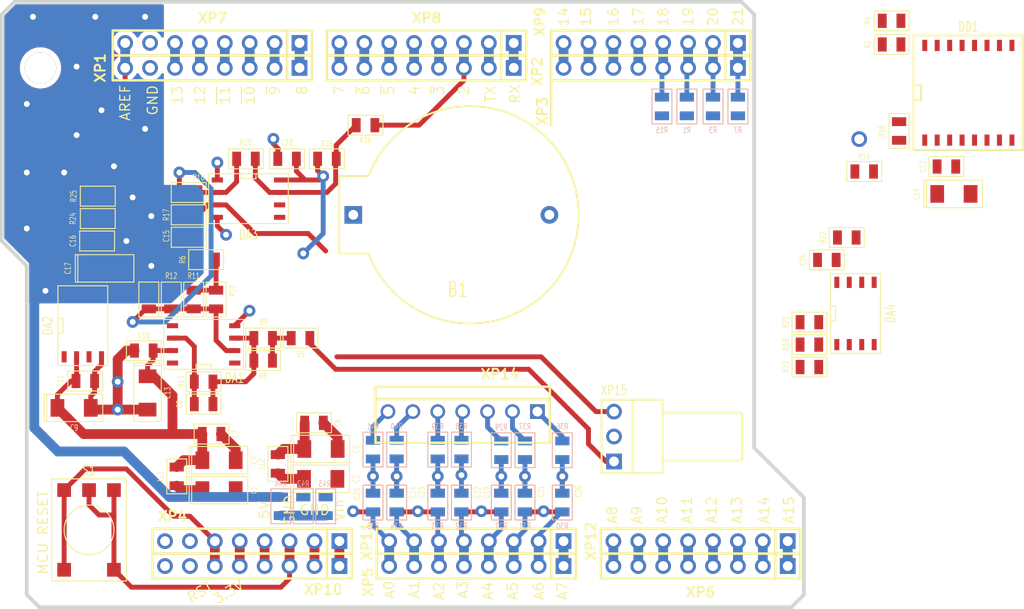
<source format=kicad_pcb>
(kicad_pcb (version 20241229) (generator "pcbnew") (generator_version "9.0")
  (layers (0 "F.Cu" signal "Front") (2 "B.Cu" signal "Back") (13 "F.Paste" user) (15 "B.Paste" user) (5 "F.SilkS" user "F.Silkscreen") (7 "B.SilkS" user "B.Silkscreen") (1 "F.Mask" user) (3 "B.Mask" user) (25 "Edge.Cuts" user))
  (net 0 "")
  (net 1 "/ADC0")
  (net 2 "/ADC1")
  (net 3 "/ADC10")
  (net 4 "/ADC11")
  (net 5 "/ADC12")
  (net 6 "/ADC13")
  (net 7 "/ADC14")
  (net 8 "/ADC15")
  (net 9 "/ADC2")
  (net 10 "/ADC3")
  (net 11 "/ADC4")
  (net 12 "/ADC5")
  (net 13 "/ADC6")
  (net 14 "/ADC7")
  (net 15 "/ADC8")
  (net 16 "/ADC9")
  (net 17 "/AREF")
  (net 18 "/GND")
  (net 19 "/PB4")
  (net 20 "/PB5")
  (net 21 "/PB6")
  (net 22 "/PB7")
  (net 23 "/PD0")
  (net 24 "/PD1")
  (net 25 "/PD2")
  (net 26 "/PD3")
  (net 27 "/PE3")
  (net 28 "/PE4")
  (net 29 "/PE5")
  (net 30 "/PG5")
  (net 31 "/PH0")
  (net 32 "/PH1")
  (net 33 "/PH3")
  (net 34 "/PH5")
  (net 35 "/PH6")
  (net 36 "/PJ0")
  (net 37 "/PJ1")
  (net 38 "/RESET")
  (net 39 "/RXD0")
  (net 40 "/TXD0")
  (net 41 "/VCC3V3")
  (net 42 "/VCCIN")
  (net 43 "/VCC")
  (net 44 "/VREF")
  (net 45 "/DGND")
  (net 46 "Net-(DD1-Vbat)")
  (net 47 "/CMP_OUT")
  (net 48 "Net-(DA1-~{IN1})")
  (net 49 "/SGND")
  (net 50 "/5VA")
  (net 51 "/AGND")
  (net 52 "/5VD")
  (net 53 "/SIG_IN")
  (net 54 "Net-(DA1-IN1)")
  (net 55 "Net-(DA1-OUT)")
  (net 56 "Net-(DA2-Vout)")
  (net 57 "Net-(C19-Pad1)")
  (net 58 "/PH4")
  (net 59 "Net-(C20-Pad2)")
  (net 60 "Net-(C21-Pad1)")
  (net 61 "Net-(C22-Pad1)")
  (net 62 "Net-(C23-Pad1)")
  (net 63 "Net-(C24-Pad1)")
  (net 64 "Net-(C25-Pad1)")
  (net 69 "Net-(DA3-IN+)")
  (net 72 "/SDA")
  (net 73 "Net-(DA4-WP)")
  (net 74 "/SCL")
  (net 75 "Net-(DA4-A1)")
  (net 76 "Net-(DA4-A2)")
  (net 77 "Net-(DA4-A0)")
  (net 78 "/SQW")
  (net 79 "/RTC_RST")
  (net 80 "Net-(DD1-32kHz)")
  (net 81 "Net-(R5-Pad1)")
  (net 82 "Net-(R10-Pad2)")
  (net 83 "Net-(R29-Pad1)")
  (net 84 "Net-(R36-Pad1)")
  (net 85 "Net-(R37-Pad1)")
  (net 86 "Net-(R38-Pad1)")
  (net 87 "Net-(R39-Pad1)")
  (net 88 "Net-(R40-Pad1)")
  (net 89 "Net-(R41-Pad1)")
  (footprint "IWconnectors:PIN_ARRAY_8x1" (layer "F.Cu") (at 86.233 96.647 180)
    (property "Reference" "XP1")
    (property "Value" "PLS-8" (hide yes))
  )
  (footprint "IWconnectors:PIN_ARRAY_8x1" (layer "F.Cu") (at 86.233 94.107 180)
    (property "Reference" "XP7")
    (property "Value" "PLS-8" (hide yes))
  )
  (footprint "IWconnectors:PIN_ARRAY_8x1" (layer "F.Cu") (at 108.077 94.107 180)
    (property "Reference" "XP8")
    (property "Value" "PLS-8" (hide yes))
  )
  (footprint "IWconnectors:PIN_ARRAY_8x1" (layer "F.Cu") (at 130.937 96.647 180)
    (property "Reference" "XP3")
    (property "Value" "PLS-8" (hide yes))
  )
  (footprint "IWconnectors:PIN_ARRAY_8x1" (layer "F.Cu") (at 130.937 94.107 180)
    (property "Reference" "XP9")
    (property "Value" "PLS-8" (hide yes))
  )
  (footprint "IWconnectors:PIN_ARRAY_8x1" (layer "F.Cu") (at 90.297 144.907 180)
    (property "Reference" "XP4")
    (property "Value" "PLS-8" (hide yes))
  )
  (footprint "IWconnectors:PIN_ARRAY_8x1" (layer "F.Cu") (at 113.157 147.447 180)
    (property "Reference" "XP5")
    (property "Value" "PLS-8" (hide yes))
  )
  (footprint "IWconnectors:PIN_ARRAY_8x1" (layer "F.Cu") (at 113.157 144.907 180)
    (property "Reference" "XP11")
    (property "Value" "PLS-8" (hide yes))
  )
  (footprint "IWconnectors:PIN_ARRAY_8x1" (layer "F.Cu") (at 136.017 147.447 180)
    (property "Reference" "XP6")
    (property "Value" "PLS-8" (hide yes))
  )
  (footprint "IWconnectors:PIN_ARRAY_8x1" (layer "F.Cu") (at 136.017 144.907 180)
    (property "Reference" "XP12")
    (property "Value" "PLS-8" (hide yes))
  )
  (footprint "IWconnectors:PIN_ARRAY_8x1" (layer "F.Cu") (at 108.077 96.647 180)
    (property "Reference" "XP2")
    (property "Value" "PLS-8" (hide yes))
  )
  (footprint "IWconnectors:WF-7" (layer "F.Cu") (at 111.76 131.699 180)
    (property "Reference" "XP14")
    (property "Value" "WF-7" (hide yes))
  )
  (footprint "IWconnectors:PIN_ARRAY_8x1" (layer "F.Cu") (at 90.297 147.447 180)
    (property "Reference" "XP10")
    (property "Value" "PLS-8" (hide yes))
  )
  (footprint "1_pin" (layer "F.Cu") (at 69.469 96.647)
    (property "Reference" "arduino" (hide yes))
    (property "Value" "P***" (hide yes))
  )
  (footprint "IWconnectors:WF-3R" (layer "F.Cu") (at 127.1905 134.239 -90)
    (property "Reference" "XP15")
    (property "Value" "WF-3R" (hide yes))
  )
  (footprint "IWsmd_case:SMD0805" (layer "F.Cu") (at 79.248 125.476 180)
    (property "Reference" "C10")
    (property "Value" "0.1 мк" (hide yes))
  )
  (footprint "IWsmd_case:SMD0805" (layer "F.Cu") (at 102.616 140.97 -90)
    (property "Reference" "C25")
    (property "Value" "1 мк" (hide yes))
  )
  (footprint "IWsmd_case:SMD0805" (layer "F.Cu") (at 155.4988 91.8464)
    (property "Reference" "R4")
    (property "Value" "4.7 к" (hide yes))
  )
  (footprint "IWsmd_case:SMD0805" (layer "F.Cu") (at 85.344 130.937 180)
    (property "Reference" "C8")
    (property "Value" "0.001 мк" (hide yes))
  )
  (footprint "IWsmd_case:SOIC8" (layer "F.Cu") (at 151.8158 121.6914)
    (property "Reference" "DA4")
    (property "Value" "AT24C32M/TR" (hide yes))
  )
  (footprint "IWsmd_case:CASE_A" (layer "F.Cu") (at 72.136 131.318)
    (property "Reference" "C9")
    (property "Value" "10 мк 10В" (hide yes))
  )
  (footprint "IWsmd_case:SMD0805" (layer "F.Cu") (at 93.853 105.918 180)
    (property "Reference" "C18")
    (property "Value" "0.1 мк" (hide yes))
  )
  (footprint "IWsmd_case:SMD0805" (layer "F.Cu") (at 121.92 140.97 90)
    (property "Reference" "C20")
    (property "Value" "1 мк" (hide yes))
  )
  (footprint "IWsmd_case:SMD0805" (layer "F.Cu") (at 147.1168 122.5804 180)
    (property "Reference" "R21")
    (property "Value" "10 к" (hide yes))
  )
  (footprint "IWsmd_case:SMD0805" (layer "F.Cu") (at 161.0868 106.7054)
    (property "Reference" "C12")
    (property "Value" "0.1 мк" (hide yes))
  )
  (footprint "IWsmd_case:SMD0805" (layer "F.Cu") (at 118.11 140.97 -90)
    (property "Reference" "C21")
    (property "Value" "1 мк" (hide yes))
  )
  (footprint "IWsmd_case:SMD0805" (layer "F.Cu") (at 115.697 140.97 -90)
    (property "Reference" "C19")
    (property "Value" "1 мк" (hide yes))
  )
  (footprint "IWsmd_case:SMD0805" (layer "F.Cu") (at 82.042 120.269 90)
    (property "Reference" "R12")
    (property "Value" "10 к 0.1%" (hide yes))
  )
  (footprint "IWsmd_case:SMD0805" (layer "F.Cu") (at 97.917 105.918)
    (property "Reference" "R26")
    (property "Value" "1 к" (hide yes))
  )
  (footprint "IWconnectors:1_pin_1_0mm" (layer "F.Cu") (at 152.1968 103.9114)
    (property "Reference" "XP13" (hide yes))
    (property "Value" "~" (hide yes))
  )
  (footprint "IWsmd_case:SWD_BUTTON" (layer "F.Cu") (at 73.66 144.018 90)
    (property "Reference" "S1")
    (property "Value" "FSM1LP" (hide yes))
  )
  (footprint "IWsmd_case:SMD0805" (layer "F.Cu") (at 83.82 111.633 180)
    (property "Reference" "R17")
    (property "Value" "330" (hide yes))
  )
  (footprint "IWsmd_case:SMD0805" (layer "F.Cu") (at 96.598 132.842)
    (property "Reference" "C6")
    (property "Value" "0.1 мк" (hide yes))
  )
  (footprint "IWsmd_case:SMD0805" (layer "F.Cu") (at 91.4146 126.492)
    (property "Reference" "R8")
    (property "Value" "NC" (hide yes))
  )
  (footprint "IWsmd_case:CASE_A" (layer "F.Cu") (at 79.629 129.794 -90)
    (property "Reference" "C13")
    (property "Value" "10 мк 10В" (hide yes))
  )
  (footprint "IWsmd_case:SMD0805" (layer "F.Cu") (at 89.662 105.918 180)
    (property "Reference" "R20")
    (property "Value" "100 к" (hide yes))
  )
  (footprint "IWsmd_case:SMD0805" (layer "F.Cu") (at 101.854 102.489 180)
    (property "Reference" "R28")
    (property "Value" "0" (hide yes))
  )
  (footprint "IWsmd_case:SMD0805" (layer "F.Cu") (at 147.1168 127.1524 180)
    (property "Reference" "R23")
    (property "Value" "10 к" (hide yes))
  )
  (footprint "IWsmd_case:SMD0805" (layer "F.Cu") (at 82.599 138.303 -90)
    (property "Reference" "LL1")
    (property "Value" "47 мк" (hide yes))
  )
  (footprint "IWsmd_case:SMD0805" (layer "F.Cu") (at 86.155 133.985)
    (property "Reference" "C7")
    (property "Value" "0.1 мк" (hide yes))
  )
  (footprint "IWsmd_case:SMD0805" (layer "F.Cu") (at 84.328 120.269 90)
    (property "Reference" "R11")
    (property "Value" "NC" (hide yes))
  )
  (footprint "IWsmd_case:SOIC8" (layer "F.Cu") (at 89.916 109.982 -90)
    (property "Reference" "DA3")
    (property "Value" "LM211DR" (hide yes))
  )
  (footprint "IWsmd_case:SOIC8" (layer "F.Cu") (at 73.025 122.936)
    (property "Reference" "DA2")
    (property "Value" "ADR444BRZ" (hide yes))
  )
  (footprint "IWsmd_case:SMD0805" (layer "F.Cu") (at 150.9268 113.9444 180)
    (property "Reference" "R22")
    (property "Value" "10 к" (hide yes))
  )
  (footprint "IWsmd_case:SOIC16_RW16" (layer "F.Cu") (at 163.322 99.187)
    (property "Reference" "DD1")
    (property "Value" "DS3231SN" (hide yes))
  )
  (footprint "IWsmd_case:SMD0805" (layer "F.Cu") (at 105.029 140.97 -90)
    (property "Reference" "C24")
    (property "Value" "1 мк" (hide yes))
  )
  (footprint "IWcomponents:KLS5-CR2032-01" (layer "F.Cu") (at 110.602435 111.633 180)
    (property "Reference" "B1")
    (property "Value" "KLS5-CR2032-01" (hide yes))
  )
  (footprint "IWsmd_case:CASE_A" (layer "F.Cu") (at 97.282 138.557)
    (property "Reference" "C2")
    (property "Value" "10 мк 10В" (hide yes))
  )
  (footprint "IWsmd_case:SMD0805" (layer "F.Cu") (at 86.614 120.269 90)
    (property "Reference" "R10")
    (property "Value" "10 к 0.1%" (hide yes))
  )
  (footprint "IWsmd_case:SMD0805" (layer "F.Cu") (at 152.7048 107.2134)
    (property "Reference" "R14")
    (property "Value" "4.7 к" (hide yes))
  )
  (footprint "IWsmd_case:SOIC8" (layer "F.Cu") (at 85.344 124.841 90)
    (property "Reference" "DA1")
    (property "Value" "ADA4522-1ARZ" (hide yes))
  )
  (footprint "IWsmd_case:CASE_A" (layer "F.Cu") (at 75.311 117.094)
    (property "Reference" "C17")
    (property "Value" "1 мк 10В" (hide yes))
  )
  (footprint "IWsmd_case:SMD0805" (layer "F.Cu") (at 109.22 140.97 -90)
    (property "Reference" "C23")
    (property "Value" "1 мк" (hide yes))
  )
  (footprint "IWsmd_case:SMD0805" (layer "F.Cu") (at 74.549 112.014 180)
    (property "Reference" "R24")
    (property "Value" "0" (hide yes))
  )
  (footprint "IWsmd_case:SMD0805" (layer "F.Cu") (at 85.598 116.205 180)
    (property "Reference" "R6")
    (property "Value" "10 к 0.1%" (hide yes))
  )
  (footprint "IWsmd_case:SMD0805" (layer "F.Cu") (at 155.4988 94.2594)
    (property "Reference" "R2")
    (property "Value" "4.7 к" (hide yes))
  )
  (footprint "IWsmd_case:SMD0805" (layer "F.Cu") (at 148.8948 116.2304 180)
    (property "Reference" "C26")
    (property "Value" "0.1 мк" (hide yes))
  )
  (footprint "IWsmd_case:SMD0805" (layer "F.Cu") (at 83.82 113.919 180)
    (property "Reference" "C15")
    (property "Value" "0.1 мк" (hide yes))
  )
  (footprint "IWsmd_case:SMD0805" (layer "F.Cu") (at 83.82 109.347 180)
    (property "Reference" "R18")
    (property "Value" "0" (hide yes))
  )
  (footprint "IWsmd_case:SMD0805" (layer "F.Cu") (at 79.756 120.269 90)
    (property "Reference" "C3" (hide yes))
    (property "Value" "0.1 мк" (hide yes))
  )
  (footprint "IWsmd_case:SMD0805" (layer "F.Cu") (at 147.1168 124.8664 180)
    (property "Reference" "R19")
    (property "Value" "10 к" (hide yes))
  )
  (footprint "IWsmd_case:SMD0805" (layer "F.Cu") (at 74.483 114.3)
    (property "Reference" "C16")
    (property "Value" "0.1 мк" (hide yes))
  )
  (footprint "IWsmd_case:CASE_A" (layer "F.Cu") (at 97.311 135.509)
    (property "Reference" "C5")
    (property "Value" "10 мк 10В" (hide yes))
  )
  (footprint "IWsmd_case:SMD0805" (layer "F.Cu") (at 156.2608 103.0834 -90)
    (property "Reference" "R16")
    (property "Value" "4.7 к" (hide yes))
  )
  (footprint "IWsmd_case:CASE_A" (layer "F.Cu") (at 86.917 136.652)
    (property "Reference" "C4")
    (property "Value" "10 мк 10В" (hide yes))
  )
  (footprint "IWsmd_case:SMD0805" (layer "F.Cu") (at 92.915 137.033 90)
    (property "Reference" "LL2")
    (property "Value" "47 мк" (hide yes))
  )
  (footprint "IWsmd_case:SMD0805" (layer "F.Cu") (at 91.4146 124.206)
    (property "Reference" "R9")
    (property "Value" "10 к 0.1%" (hide yes))
  )
  (footprint "IWsmd_case:SMD0805" (layer "F.Cu") (at 95.2246 124.206)
    (property "Reference" "R5")
    (property "Value" "10 к 0.1%" (hide yes))
  )
  (footprint "IWsmd_case:SMD0805" (layer "F.Cu") (at 85.346 128.651)
    (property "Reference" "R13")
    (property "Value" "10 к 0.1%" (hide yes))
  )
  (footprint "IWsmd_case:CASE_A" (layer "F.Cu") (at 161.8488 109.4994)
    (property "Reference" "C14")
    (property "Value" "1 мк 10В" (hide yes))
  )
  (footprint "IWsmd_case:CASE_A" (layer "F.Cu") (at 86.917 139.7)
    (property "Reference" "C1")
    (property "Value" "10 мк 10В" (hide yes))
  )
  (footprint "IWsmd_case:SMD0805" (layer "F.Cu") (at 111.633 140.97 -90)
    (property "Reference" "C22")
    (property "Value" "1 мк" (hide yes))
  )
  (footprint "IWsmd_case:SMD0805" (layer "F.Cu") (at 73.279 128.5748)
    (property "Reference" "C11")
    (property "Value" "0.1 мк" (hide yes))
  )
  (footprint "IWsmd_case:SMD0805" (layer "F.Cu") (at 74.549 109.728 180)
    (property "Reference" "R25")
    (property "Value" "0" (hide yes))
  )
  (footprint "IWsmd_case:SMD0805" (layer "B.Cu") (at 118.11 140.97 -90)
    (property "Reference" "R31")
    (property "Value" "1 к" (hide yes))
  )
  (footprint "IWsmd_case:SMD0805" (layer "B.Cu") (at 111.633 135.57 -90)
    (property "Reference" "R38")
    (property "Value" "1 к" (hide yes))
  )
  (footprint "IWsmd_case:SMD0805" (layer "B.Cu") (at 137.287 100.584 90)
    (property "Reference" "R3")
    (property "Value" "0" (hide yes))
  )
  (footprint "IWsmd_case:SMD0805" (layer "B.Cu") (at 139.827 100.584 90)
    (property "Reference" "R7")
    (property "Value" "0" (hide yes))
  )
  (footprint "IWsmd_case:SMD0805" (layer "B.Cu") (at 134.62 100.584 90)
    (property "Reference" "R1")
    (property "Value" "0" (hide yes))
  )
  (footprint "IWsmd_case:SMD0805" (layer "B.Cu") (at 111.633 140.97 -90)
    (property "Reference" "R32")
    (property "Value" "1 к" (hide yes))
  )
  (footprint "IWsmd_case:SMD0805" (layer "B.Cu") (at 121.92 140.97 -90)
    (property "Reference" "R30")
    (property "Value" "1 к" (hide yes))
  )
  (footprint "IWsmd_case:SMD0805" (layer "B.Cu") (at 105.029 135.57 -90)
    (property "Reference" "R40")
    (property "Value" "1 к" (hide yes))
  )
  (footprint "IWsmd_case:SMD0805" (layer "B.Cu") (at 132.08 100.584 -90)
    (property "Reference" "R15")
    (property "Value" "0" (hide yes))
  )
  (footprint "IWsmd_case:SMD0805" (layer "B.Cu") (at 102.616 140.97 -90)
    (property "Reference" "R35")
    (property "Value" "1 к" (hide yes))
  )
  (footprint "IWsmd_case:SMD0805" (layer "B.Cu") (at 118.11 135.636 -90)
    (property "Reference" "R37")
    (property "Value" "1 к" (hide yes))
  )
  (footprint "IWsmd_case:SMD0805" (layer "B.Cu") (at 115.697 140.97 -90)
    (property "Reference" "R27")
    (property "Value" "1 к" (hide yes))
  )
  (footprint "IWsmd_case:SMD0805" (layer "B.Cu") (at 109.22 140.97 -90)
    (property "Reference" "R33")
    (property "Value" "1 к" (hide yes))
  )
  (footprint "IWsmd_case:SMD0805" (layer "B.Cu") (at 105.029 140.97 -90)
    (property "Reference" "R34")
    (property "Value" "1 к" (hide yes))
  )
  (footprint "IWsmd_case:SMD0805" (layer "B.Cu") (at 109.22 135.575 -90)
    (property "Reference" "R39")
    (property "Value" "1 к" (hide yes))
  )
  (footprint "IWsmd_case:SMD0805" (layer "B.Cu") (at 115.697 135.636 -90)
    (property "Reference" "R29")
    (property "Value" "1 к" (hide yes))
  )
  (footprint "IWsmd_case:SMD0805" (layer "B.Cu") (at 97.79 141.351 -90)
    (property "Reference" "R43")
    (property "Value" "0" (hide yes))
  )
  (footprint "IWsmd_case:SMD0805" (layer "B.Cu") (at 121.92 135.636 -90)
    (property "Reference" "R36")
    (property "Value" "1 к" (hide yes))
  )
  (footprint "IWsmd_case:SMD0805" (layer "B.Cu") (at 93.218 141.351 -90)
    (property "Reference" "R44")
    (property "Value" "0" (hide yes))
  )
  (footprint "IWsmd_case:SMD0805" (layer "B.Cu") (at 102.616 135.575 -90)
    (property "Reference" "R41")
    (property "Value" "1 к" (hide yes))
  )
  (footprint "IWsmd_case:SMD0805" (layer "B.Cu") (at 95.504 141.351 -90)
    (property "Reference" "R42")
    (property "Value" "0" (hide yes))
  )
  (gr_line (start 120.777 102.489) (end 120.777 97.917) (stroke (width 0.254)) (layer "F.SilkS"))
  (gr_line (start 141.478 91.186) (end 140.208 89.916) (stroke (width 0.381)) (layer "Edge.Cuts"))
  (gr_line (start 67.31 150.368) (end 68.58 151.638) (stroke (width 0.381)) (layer "Edge.Cuts"))
  (gr_line (start 66.04 89.916) (end 64.77 91.186) (stroke (width 0.381)) (layer "Edge.Cuts"))
  (gr_line (start 146.558 150.368) (end 145.288 151.638) (stroke (width 0.381)) (layer "Edge.Cuts"))
  (gr_line (start 146.558 140.462) (end 146.558 150.368) (stroke (width 0.381)) (layer "Edge.Cuts"))
  (gr_line (start 66.04 89.916) (end 140.208 89.916) (stroke (width 0.381)) (layer "Edge.Cuts"))
  (gr_line (start 64.77 114.3) (end 67.31 116.84) (stroke (width 0.381)) (layer "Edge.Cuts"))
  (gr_line (start 145.288 151.638) (end 68.58 151.638) (stroke (width 0.381)) (layer "Edge.Cuts"))
  (gr_line (start 67.31 116.84) (end 67.31 150.368) (stroke (width 0.381)) (layer "Edge.Cuts"))
  (gr_line (start 141.478 135.382) (end 141.478 91.186) (stroke (width 0.381)) (layer "Edge.Cuts"))
  (gr_line (start 64.77 91.186) (end 64.77 114.3) (stroke (width 0.381)) (layer "Edge.Cuts"))
  (gr_line (start 146.558 140.462) (end 141.478 135.382) (stroke (width 0.381)) (layer "Edge.Cuts"))
  (gr_text "15" (at 124.333 91.44 90) (layer "F.SilkS") (effects (font (size 1.016 1.016) (thickness 0.127))))
  (gr_text "16" (at 127.127 91.44 90) (layer "F.SilkS") (effects (font (size 1.016 1.016) (thickness 0.127))))
  (gr_text "17" (at 129.667 91.44 90) (layer "F.SilkS") (effects (font (size 1.016 1.016) (thickness 0.127))))
  (gr_text "14" (at 122.047 91.44 90) (layer "F.SilkS") (effects (font (size 1.016 1.016) (thickness 0.127))))
  (gr_text "18" (at 132.207 91.44 90) (layer "F.SilkS") (effects (font (size 1.016 1.016) (thickness 0.127))))
  (gr_text "19" (at 134.747 91.44 90) (layer "F.SilkS") (effects (font (size 1.016 1.016) (thickness 0.127))))
  (gr_text "20" (at 137.287 91.44 90) (layer "F.SilkS") (effects (font (size 1.016 1.016) (thickness 0.127))))
  (gr_text "21" (at 139.827 91.44 90) (layer "F.SilkS") (effects (font (size 1.016 1.016) (thickness 0.127))))
  (gr_text "A7" (at 121.92 149.987 90) (layer "F.SilkS") (effects (font (size 1.016 1.016) (thickness 0.127))))
  (gr_text "A6" (at 119.507 149.987 90) (layer "F.SilkS") (effects (font (size 1.016 1.016) (thickness 0.127))))
  (gr_text "A14" (at 142.494 141.732 90) (layer "F.SilkS") (effects (font (size 1.016 1.016) (thickness 0.127))))
  (gr_text "A15" (at 145.034 141.732 90) (layer "F.SilkS") (effects (font (size 1.016 1.016) (thickness 0.127))))
  (gr_text "A10" (at 132.08 141.732 90) (layer "F.SilkS") (effects (font (size 1.016 1.016) (thickness 0.127))))
  (gr_text "A11" (at 134.62 141.732 90) (layer "F.SilkS") (effects (font (size 1.016 1.016) (thickness 0.127))))
  (gr_text "A13" (at 139.7 141.732 90) (layer "F.SilkS") (effects (font (size 1.016 1.016) (thickness 0.127))))
  (gr_text "A12" (at 137.16 141.732 90) (layer "F.SilkS") (effects (font (size 1.016 1.016) (thickness 0.127))))
  (gr_text "A9" (at 129.54 142.24 90) (layer "F.SilkS") (effects (font (size 1.016 1.016) (thickness 0.127))))
  (gr_text "A8" (at 127 142.24 90) (layer "F.SilkS") (effects (font (size 1.016 1.016) (thickness 0.127))))
  (gr_text "A4" (at 114.3 149.987 90) (layer "F.SilkS") (effects (font (size 1.016 1.016) (thickness 0.127))))
  (gr_text "12" (at 84.963 99.441 90) (layer "F.SilkS") (effects (font (size 1.016 1.016) (thickness 0.127))))
  (gr_text "A5" (at 116.84 149.987 90) (layer "F.SilkS") (effects (font (size 1.016 1.016) (thickness 0.127))))
  (gr_text "GND" (at 94.107 141.732 90) (layer "F.SilkS") (effects (font (size 1.016 1.016) (thickness 0.127))))
  (gr_text "~{3}" (at 109.347 98.933 90) (layer "F.SilkS") (effects (font (size 1.016 1.016) (thickness 0.127))))
  (gr_text "4" (at 106.807 98.933 90) (layer "F.SilkS") (effects (font (size 1.016 1.016) (thickness 0.127))))
  (gr_text "~{5}" (at 104.267 98.933 90) (layer "F.SilkS") (effects (font (size 1.016 1.016) (thickness 0.127))))
  (gr_text "7" (at 99.187 98.933 90) (layer "F.SilkS") (effects (font (size 1.016 1.016) (thickness 0.127))))
  (gr_text "Vin" (at 99.187 141.732 90) (layer "F.SilkS") (effects (font (size 1.016 1.016) (thickness 0.127))))
  (gr_text "~{10}" (at 90.043 99.441 90) (layer "F.SilkS") (effects (font (size 1.016 1.016) (thickness 0.127))))
  (gr_text "GND" (at 80.137 99.949 90) (layer "F.SilkS") (effects (font (size 1.016 1.016) (thickness 0.127))))
  (gr_text "3.3V" (at 87.884 150.114 30) (layer "F.SilkS") (effects (font (size 1.016 1.016) (thickness 0.127))))
  (gr_text "8" (at 95.377 98.933 90) (layer "F.SilkS") (effects (font (size 1.016 1.016) (thickness 0.127))))
  (gr_text "13" (at 82.677 99.441 90) (layer "F.SilkS") (effects (font (size 1.016 1.016) (thickness 0.127))))
  (gr_text "RX" (at 117.094 99.314 90) (layer "F.SilkS") (effects (font (size 1.016 1.016) (thickness 0.127))))
  (gr_text "RST" (at 84.963 150.114 30) (layer "F.SilkS") (effects (font (size 1.016 1.016) (thickness 0.127))))
  (gr_text "GND" (at 96.647 141.732 0) (layer "F.SilkS") (effects (font (size 1.016 1.016) (thickness 0.127))))
  (gr_text "~{9}" (at 92.583 98.933 90) (layer "F.SilkS") (effects (font (size 1.016 1.016) (thickness 0.127))))
  (gr_text "AREF" (at 77.343 100.203 90) (layer "F.SilkS") (effects (font (size 1.016 1.016) (thickness 0.127))))
  (gr_text "TX" (at 114.554 99.314 90) (layer "F.SilkS") (effects (font (size 1.016 1.016) (thickness 0.127))))
  (gr_text "~{6}" (at 101.727 98.933 90) (layer "F.SilkS") (effects (font (size 1.016 1.016) (thickness 0.127))))
  (gr_text "5V" (at 91.567 141.732 90) (layer "F.SilkS") (effects (font (size 1.016 1.016) (thickness 0.127))))
  (gr_text "A1" (at 106.807 149.86 90) (layer "F.SilkS") (effects (font (size 1.016 1.016) (thickness 0.127))))
  (gr_text "A2" (at 109.347 149.987 90) (layer "F.SilkS") (effects (font (size 1.016 1.016) (thickness 0.127))))
  (gr_text "A3" (at 111.76 149.86 90) (layer "F.SilkS") (effects (font (size 1.016 1.016) (thickness 0.127))))
  (gr_text "~{11}" (at 87.503 99.441 90) (layer "F.SilkS") (effects (font (size 1.016 1.016) (thickness 0.127))))
  (gr_text "2" (at 111.887 98.933 90) (layer "F.SilkS") (effects (font (size 1.016 1.016) (thickness 0.127))))
  (gr_text "A0" (at 104.267 149.86 90) (layer "F.SilkS") (effects (font (size 1.016 1.016) (thickness 0.127))))
  (gr_text "MCU RESET" (at 68.961 144.018 90) (layer "F.SilkS") (effects (font (size 1.016 1.016) (thickness 0.127))))
  (segment (start 102.616 143.256) (end 104.267 144.907) (width 0.5) (layer "B.Cu") (net 1))
  (segment (start 102.616 141.92) (end 102.616 143.256) (width 0.5) (layer "B.Cu") (net 1))
  (segment (start 104.267 147.447) (end 104.267 144.907) (width 1) (layer "B.Cu") (net 1))
  (segment (start 105.029 141.92) (end 105.029 143.129) (width 0.5) (layer "B.Cu") (net 2))
  (segment (start 105.029 143.129) (end 106.807 144.907) (width 0.5) (layer "B.Cu") (net 2))
  (segment (start 106.807 147.447) (end 106.807 144.907) (width 1) (layer "B.Cu") (net 2))
  (segment (start 132.207 147.447) (end 132.207 144.907) (width 1) (layer "B.Cu") (net 3))
  (segment (start 134.747 147.447) (end 134.747 144.907) (width 1) (layer "B.Cu") (net 4))
  (segment (start 137.287 147.447) (end 137.287 144.907) (width 1) (layer "B.Cu") (net 5))
  (segment (start 139.827 147.447) (end 139.827 144.907) (width 1) (layer "B.Cu") (net 6))
  (segment (start 142.367 147.447) (end 142.367 144.907) (width 1) (layer "B.Cu") (net 7))
  (segment (start 144.907 147.447) (end 144.907 144.907) (width 1) (layer "B.Cu") (net 8))
  (segment (start 109.22 141.92) (end 109.22 144.78) (width 0.5) (layer "B.Cu") (net 9))
  (segment (start 109.22 144.78) (end 109.347 144.907) (width 0.5) (layer "B.Cu") (net 9))
  (segment (start 109.347 147.447) (end 109.347 144.907) (width 1) (layer "B.Cu") (net 9))
  (segment (start 111.633 144.653) (end 111.887 144.907) (width 0.5) (layer "B.Cu") (net 10))
  (segment (start 111.633 141.92) (end 111.633 144.653) (width 0.5) (layer "B.Cu") (net 10))
  (segment (start 111.887 147.447) (end 111.887 144.907) (width 1) (layer "B.Cu") (net 10))
  (segment (start 115.697 141.92) (end 115.697 143.637) (width 0.5) (layer "B.Cu") (net 11))
  (segment (start 115.697 143.637) (end 114.427 144.907) (width 0.5) (layer "B.Cu") (net 11))
  (segment (start 114.427 147.447) (end 114.427 144.907) (width 1) (layer "B.Cu") (net 11))
  (segment (start 118.11 143.764) (end 116.967 144.907) (width 0.5) (layer "B.Cu") (net 12))
  (segment (start 116.967 147.447) (end 116.967 144.907) (width 1) (layer "B.Cu") (net 12))
  (segment (start 118.11 141.92) (end 118.11 143.764) (width 0.5) (layer "B.Cu") (net 12))
  (segment (start 121.92 141.92) (end 121.859 141.92) (width 0.5) (layer "B.Cu") (net 13))
  (segment (start 119.507 147.447) (end 119.507 144.907) (width 1) (layer "B.Cu") (net 13))
  (segment (start 119.507 144.272) (end 119.507 144.907) (width 0.5) (layer "B.Cu") (net 13))
  (segment (start 121.859 141.92) (end 119.507 144.272) (width 0.5) (layer "B.Cu") (net 13))
  (segment (start 122.047 147.447) (end 122.047 144.907) (width 1) (layer "B.Cu") (net 14))
  (segment (start 86.741 110.617) (end 85.786 110.617) (width 0.5) (layer "F.Cu") (net 15))
  (segment (start 90.551 113.538) (end 96.012 113.538) (width 0.5) (layer "F.Cu") (net 15))
  (segment (start 86.741 110.617) (end 87.63 110.617) (width 0.5) (layer "F.Cu") (net 15))
  (segment (start 84.77 113.919) (end 84.77 111.633) (width 0.5) (layer "F.Cu") (net 15))
  (segment (start 87.63 110.617) (end 90.551 113.538) (width 0.5) (layer "F.Cu") (net 15))
  (segment (start 96.012 113.538) (end 97.79 115.316) (width 0.5) (layer "F.Cu") (net 15))
  (segment (start 85.786 110.617) (end 84.77 111.633) (width 0.5) (layer "F.Cu") (net 15))
  (segment (start 127.127 147.447) (end 127.127 144.907) (width 1) (layer "B.Cu") (net 15))
  (segment (start 129.667 147.447) (end 129.667 144.907) (width 1) (layer "B.Cu") (net 16))
  (segment (start 73.533 109.6645) (end 73.5965 109.728) (width 0.5) (layer "F.Cu") (net 17))
  (segment (start 73.599 105.979) (end 77.343 102.235) (width 0.5) (layer "F.Cu") (net 17))
  (segment (start 77.343 96.647) (end 77.343 102.235) (width 0.5) (layer "F.Cu") (net 17))
  (segment (start 73.599 109.728) (end 73.599 105.979) (width 0.5) (layer "F.Cu") (net 17))
  (segment (start 77.343 94.107) (end 77.343 96.647) (width 1) (layer "B.Cu") (net 17))
  (segment (start 73.66 141.224) (end 74.676 142.24) (width 0.5) (layer "F.Cu") (net 18))
  (segment (start 74.676 142.24) (end 76.2 142.24) (width 0.5) (layer "F.Cu") (net 18))
  (segment (start 76.2 142.24) (end 76.2 139.7) (width 0.5) (layer "F.Cu") (net 18))
  (segment (start 94.107 144.907) (end 94.107 147.447) (width 1) (layer "F.Cu") (net 18))
  (segment (start 76.2 147.828) (end 77.978 149.606) (width 0.5) (layer "F.Cu") (net 18))
  (segment (start 77.978 149.606) (end 93.218 149.606) (width 0.5) (layer "F.Cu") (net 18))
  (segment (start 94.107 148.717) (end 94.107 147.447) (width 0.5) (layer "F.Cu") (net 18))
  (segment (start 76.2 147.32) (end 76.2 142.24) (width 0.5) (layer "F.Cu") (net 18))
  (segment (start 96.647 144.907) (end 96.647 147.447) (width 1) (layer "F.Cu") (net 18))
  (segment (start 73.66 139.7) (end 73.66 141.224) (width 0.5) (layer "F.Cu") (net 18))
  (segment (start 93.218 149.606) (end 94.107 148.717) (width 0.5) (layer "F.Cu") (net 18))
  (segment (start 93.218 142.301) (end 95.504 142.301) (width 1) (layer "B.Cu") (net 18))
  (segment (start 95.504 142.301) (end 97.79 142.301) (width 1) (layer "B.Cu") (net 18))
  (segment (start 90.043 94.107) (end 90.043 96.647) (width 1) (layer "B.Cu") (net 19))
  (segment (start 87.503 94.107) (end 87.503 96.647) (width 1) (layer "B.Cu") (net 20))
  (segment (start 84.963 94.107) (end 84.963 96.647) (width 1) (layer "B.Cu") (net 21))
  (segment (start 82.423 94.107) (end 82.423 96.647) (width 1) (layer "B.Cu") (net 22))
  (segment (start 139.827 99.634) (end 139.827 96.647) (width 0.5) (layer "B.Cu") (net 23))
  (segment (start 139.827 94.107) (end 139.827 96.647) (width 1) (layer "B.Cu") (net 23))
  (segment (start 137.287 94.107) (end 137.287 96.647) (width 1) (layer "B.Cu") (net 24))
  (segment (start 137.287 99.634) (end 137.287 96.647) (width 0.5) (layer "B.Cu") (net 24))
  (segment (start 134.62 99.634) (end 134.62 96.774) (width 0.5) (layer "B.Cu") (net 25))
  (segment (start 134.62 96.774) (end 134.747 96.647) (width 0.5) (layer "B.Cu") (net 25))
  (segment (start 134.747 94.107) (end 134.747 96.647) (width 1) (layer "B.Cu") (net 25))
  (segment (start 132.08 99.634) (end 132.08 96.774) (width 0.5) (layer "B.Cu") (net 26))
  (segment (start 132.08 96.774) (end 132.207 96.647) (width 0.5) (layer "B.Cu") (net 26))
  (segment (start 132.207 94.107) (end 132.207 96.647) (width 1) (layer "B.Cu") (net 26))
  (segment (start 104.267 94.107) (end 104.267 96.647) (width 1) (layer "B.Cu") (net 27))
  (segment (start 111.887 97.917) (end 111.887 96.647) (width 0.5) (layer "F.Cu") (net 28))
  (segment (start 107.315 102.489) (end 111.887 97.917) (width 0.5) (layer "F.Cu") (net 28))
  (segment (start 102.804 102.489) (end 107.315 102.489) (width 0.5) (layer "F.Cu") (net 28))
  (segment (start 111.887 94.107) (end 111.887 96.647) (width 1) (layer "B.Cu") (net 28))
  (segment (start 109.347 94.107) (end 109.347 96.647) (width 1) (layer "B.Cu") (net 29))
  (segment (start 106.807 94.107) (end 106.807 96.647) (width 1) (layer "B.Cu") (net 30))
  (segment (start 129.667 94.107) (end 129.667 96.647) (width 1) (layer "B.Cu") (net 31))
  (segment (start 127.127 94.107) (end 127.127 96.647) (width 1) (layer "B.Cu") (net 32))
  (segment (start 101.727 94.107) (end 101.727 96.647) (width 1) (layer "B.Cu") (net 33))
  (segment (start 95.123 94.107) (end 95.123 96.647) (width 1) (layer "B.Cu") (net 34))
  (segment (start 92.583 94.107) (end 92.583 96.647) (width 1) (layer "B.Cu") (net 35))
  (segment (start 124.587 94.107) (end 124.587 96.647) (width 1) (layer "B.Cu") (net 36))
  (segment (start 122.047 94.107) (end 122.047 96.647) (width 1) (layer "B.Cu") (net 37))
  (segment (start 71.12 139.7) (end 71.12 147.32) (width 0.5) (layer "F.Cu") (net 38))
  (segment (start 82.296 142.367) (end 83.947 142.367) (width 0.5) (layer "F.Cu") (net 38))
  (segment (start 77.47 137.541) (end 82.296 142.367) (width 0.5) (layer "F.Cu") (net 38))
  (segment (start 73.279 137.541) (end 77.47 137.541) (width 0.5) (layer "F.Cu") (net 38))
  (segment (start 71.12 139.7) (end 73.279 137.541) (width 0.5) (layer "F.Cu") (net 38))
  (segment (start 83.947 142.367) (end 86.487 144.907) (width 0.5) (layer "F.Cu") (net 38))
  (segment (start 86.487 144.907) (end 86.487 147.447) (width 1) (layer "F.Cu") (net 38))
  (segment (start 116.967 94.107) (end 116.967 96.647) (width 1) (layer "B.Cu") (net 39))
  (segment (start 114.427 94.107) (end 114.427 96.647) (width 1) (layer "B.Cu") (net 40))
  (segment (start 89.027 144.907) (end 89.027 147.447) (width 1) (layer "F.Cu") (net 41))
  (segment (start 99.187 144.907) (end 99.187 147.447) (width 1) (layer "F.Cu") (net 42))
  (segment (start 83.046 139.7) (end 82.599 139.253) (width 1) (layer "F.Cu") (net 43))
  (segment (start 93.489 138.557) (end 92.915 137.983) (width 1) (layer "F.Cu") (net 43))
  (segment (start 91.567 144.907) (end 91.567 147.447) (width 1) (layer "F.Cu") (net 43))
  (segment (start 85.217 139.7) (end 83.046 139.7) (width 1) (layer "F.Cu") (net 43))
  (segment (start 95.582 138.557) (end 93.489 138.557) (width 1) (layer "F.Cu") (net 43))
  (segment (start 75.5015 109.728) (end 75.5015 112.014) (width 0.5) (layer "F.Cu") (net 44))
  (segment (start 81.915 116.205) (end 84.648 116.205) (width 0.5) (layer "F.Cu") (net 44))
  (segment (start 75.499 112.014) (end 77.724 112.014) (width 0.5) (layer "F.Cu") (net 44))
  (segment (start 77.724 112.014) (end 81.915 116.205) (width 0.5) (layer "F.Cu") (net 44))
  (segment (start 92.964 104.902) (end 92.903 104.963) (width 0.5) (layer "F.Cu") (net 45))
  (segment (start 119.954 141.92) (end 120.015 141.859) (width 0.5) (layer "F.Cu") (net 45))
  (segment (start 92.456 103.886) (end 92.456 104.394) (width 0.5) (layer "F.Cu") (net 45))
  (segment (start 115.697 141.92) (end 113.726 141.92) (width 0.5) (layer "F.Cu") (net 45))
  (segment (start 100.645 141.92) (end 100.584 141.859) (width 0.5) (layer "F.Cu") (net 45))
  (segment (start 107.249 141.92) (end 107.188 141.859) (width 0.5) (layer "F.Cu") (net 45))
  (segment (start 113.726 141.92) (end 113.665 141.859) (width 0.5) (layer "F.Cu") (net 45))
  (segment (start 105.029 141.92) (end 107.127 141.92) (width 0.5) (layer "F.Cu") (net 45))
  (segment (start 99.011 134.305) (end 97.548 132.842) (width 1) (layer "F.Cu") (net 45))
  (segment (start 120.076 141.92) (end 120.015 141.859) (width 0.5) (layer "F.Cu") (net 45))
  (segment (start 99.011 135.509) (end 99.011 134.305) (width 1) (layer "F.Cu") (net 45))
  (segment (start 109.22 141.92) (end 107.249 141.92) (width 0.5) (layer "F.Cu") (net 45))
  (segment (start 86.741 112.776) (end 87.63 113.665) (width 0.5) (layer "F.Cu") (net 45))
  (segment (start 92.903 104.963) (end 92.903 105.918) (width 0.5) (layer "F.Cu") (net 45))
  (segment (start 86.741 111.887) (end 86.741 112.776) (width 0.5) (layer "F.Cu") (net 45))
  (segment (start 92.456 104.394) (end 92.964 104.902) (width 0.5) (layer "F.Cu") (net 45))
  (segment (start 107.127 141.92) (end 107.188 141.859) (width 0.5) (layer "F.Cu") (net 45))
  (segment (start 86.741 108.077) (end 86.741 106.299) (width 0.5) (layer "F.Cu") (net 45))
  (segment (start 111.633 141.92) (end 113.604 141.92) (width 0.5) (layer "F.Cu") (net 45))
  (segment (start 118.11 141.92) (end 119.954 141.92) (width 0.5) (layer "F.Cu") (net 45))
  (segment (start 113.604 141.92) (end 113.665 141.859) (width 0.5) (layer "F.Cu") (net 45))
  (segment (start 102.616 141.92) (end 100.645 141.92) (width 0.5) (layer "F.Cu") (net 45))
  (segment (start 121.92 141.92) (end 120.076 141.92) (width 0.5) (layer "F.Cu") (net 45))
  (via (at 100.584 141.859) (size 1.2) (drill 0.6) (layers "F.Cu" "B.Cu") (net 45))
  (via (at 120.015 141.859) (size 1.2) (drill 0.6) (layers "F.Cu" "B.Cu") (net 45))
  (via (at 107.188 141.859) (size 1.2) (drill 0.6) (layers "F.Cu" "B.Cu") (net 45))
  (via (at 92.456 103.886) (size 1.19888) (drill 0.59944) (layers "F.Cu" "B.Cu") (net 45))
  (via (at 113.665 141.859) (size 1.2) (drill 0.6) (layers "F.Cu" "B.Cu") (net 45))
  (via (at 86.741 106.299) (size 1.2) (drill 0.6) (layers "F.Cu" "B.Cu") (net 45))
  (via (at 87.63 113.665) (size 1.2) (drill 0.6) (layers "F.Cu" "B.Cu") (net 45))
  (segment (start 98.806 106.111) (end 98.806 108.458) (width 0.5) (layer "F.Cu") (net 47))
  (segment (start 98.867 105.918) (end 98.867 104.526) (width 0.5) (layer "F.Cu") (net 47))
  (segment (start 98.867 105.918) (end 98.867 106.05) (width 0.5) (layer "F.Cu") (net 47))
  (segment (start 98.867 104.526) (end 100.904 102.489) (width 0.5) (layer "F.Cu") (net 47))
  (segment (start 90.6145 107.8865) (end 92.075 109.347) (width 0.5) (layer "F.Cu") (net 47))
  (segment (start 98.867 106.05) (end 98.806 106.111) (width 0.5) (layer "F.Cu") (net 47))
  (segment (start 90.6145 105.918) (end 90.6145 107.8865) (width 0.5) (layer "F.Cu") (net 47))
  (segment (start 98.806 108.458) (end 97.917 109.347) (width 0.5) (layer "F.Cu") (net 47))
  (segment (start 92.075 109.347) (end 93.091 109.347) (width 0.5) (layer "F.Cu") (net 47))
  (segment (start 97.917 109.347) (end 93.091 109.347) (width 0.5) (layer "F.Cu") (net 47))
  (segment (start 87.6554 125.476) (end 88.519 125.476) (width 0.5) (layer "F.Cu") (net 48))
  (segment (start 79.441 121.219) (end 78.105 122.555) (width 0.5) (layer "F.Cu") (net 48))
  (segment (start 84.328 121.219) (end 82.042 121.219) (width 0.5) (layer "F.Cu") (net 48))
  (segment (start 86.614 121.219) (end 86.614 124.4346) (width 0.5) (layer "F.Cu") (net 48))
  (segment (start 79.756 121.219) (end 79.441 121.219) (width 0.5) (layer "F.Cu") (net 48))
  (segment (start 86.614 121.219) (end 84.328 121.219) (width 0.5) (layer "F.Cu") (net 48))
  (segment (start 86.614 124.4346) (end 87.6554 125.476) (width 0.5) (layer "F.Cu") (net 48))
  (segment (start 82.042 121.219) (end 79.756 121.219) (width 0.5) (layer "F.Cu") (net 48))
  (segment (start 82.87 107.315) (end 82.87 109.347) (width 0.5) (layer "F.Cu") (net 48))
  (via (at 78.105 122.555) (size 1.2) (drill 0.6) (layers "F.Cu" "B.Cu") (net 48))
  (via (at 82.87 107.315) (size 1.2) (drill 0.6) (layers "F.Cu" "B.Cu") (net 48))
  (segment (start 84.455 107.315) (end 86.106 108.966) (width 0.5) (layer "B.Cu") (net 48))
  (segment (start 82.87 107.315) (end 84.455 107.315) (width 0.5) (layer "B.Cu") (net 48))
  (segment (start 86.106 108.966) (end 86.106 117.856) (width 0.5) (layer "B.Cu") (net 48))
  (segment (start 81.407 122.555) (end 78.105 122.555) (width 0.5) (layer "B.Cu") (net 48))
  (segment (start 86.106 117.856) (end 81.407 122.555) (width 0.5) (layer "B.Cu") (net 48))
  (segment (start 125.349 131.699) (end 119.761 126.111) (width 0.5) (layer "F.Cu") (net 49))
  (segment (start 119.761 126.111) (end 98.933 126.111) (width 0.5) (layer "F.Cu") (net 49))
  (segment (start 79.756 119.319) (end 82.042 119.319) (width 0.5) (layer "F.Cu") (net 49))
  (segment (start 127.1905 131.699) (end 125.349 131.699) (width 0.5) (layer "F.Cu") (net 49))
  (via (at 76.2 106.68) (size 1.2) (drill 0.6) (layers "F.Cu" "B.Cu") (net 49))
  (via (at 71.12 107.315) (size 1.2) (drill 0.6) (layers "F.Cu" "B.Cu") (net 49))
  (via (at 79.375 91.44) (size 1.2) (drill 0.6) (layers "F.Cu" "B.Cu") (net 49))
  (via (at 78.105 109.855) (size 1.2) (drill 0.6) (layers "F.Cu" "B.Cu") (net 49))
  (via (at 77.47 114.3) (size 1.2) (drill 0.6) (layers "F.Cu" "B.Cu") (net 49))
  (via (at 74.93 100.965) (size 1.2) (drill 0.6) (layers "F.Cu" "B.Cu") (net 49))
  (via (at 67.945 91.44) (size 1.2) (drill 0.6) (layers "F.Cu" "B.Cu") (net 49))
  (via (at 67.31 107.315) (size 1.2) (drill 0.6) (layers "F.Cu" "B.Cu") (net 49))
  (via (at 80.01 116.84) (size 1.2) (drill 0.6) (layers "F.Cu" "B.Cu") (net 49))
  (via (at 72.39 103.505) (size 1.2) (drill 0.6) (layers "F.Cu" "B.Cu") (net 49))
  (via (at 69.215 119.38) (size 1.2) (drill 0.6) (layers "F.Cu" "B.Cu") (net 49))
  (via (at 79.375 102.87) (size 1.2) (drill 0.6) (layers "F.Cu" "B.Cu") (net 49))
  (via (at 72.39 96.52) (size 1.2) (drill 0.6) (layers "F.Cu" "B.Cu") (net 49))
  (via (at 80.01 111.76) (size 1.2) (drill 0.6) (layers "F.Cu" "B.Cu") (net 49))
  (via (at 74.295 91.44) (size 1.2) (drill 0.6) (layers "F.Cu" "B.Cu") (net 49))
  (via (at 67.31 113.03) (size 1.2) (drill 0.6) (layers "F.Cu" "B.Cu") (net 49))
  (via (at 67.31 100.33) (size 1.2) (drill 0.6) (layers "F.Cu" "B.Cu") (net 49))
  (segment (start 68.072 133.35) (end 70.485 135.763) (width 1) (layer "B.Cu") (net 49))
  (segment (start 77.216 135.763) (end 81.854 140.401) (width 1) (layer "B.Cu") (net 49))
  (segment (start 81.854 140.401) (end 93.218 140.401) (width 1) (layer "B.Cu") (net 49))
  (segment (start 69.215 119.38) (end 68.072 120.523) (width 1) (layer "B.Cu") (net 49))
  (segment (start 70.485 135.763) (end 77.216 135.763) (width 1) (layer "B.Cu") (net 49))
  (segment (start 68.072 120.523) (end 68.072 133.35) (width 1) (layer "B.Cu") (net 49))
  (segment (start 83.3 136.652) (end 82.599 137.353) (width 1) (layer "F.Cu") (net 50))
  (segment (start 80.215 128.094) (end 79.629 128.094) (width 1) (layer "F.Cu") (net 50))
  (segment (start 80.198 125.476) (end 82.169 125.476) (width 0.5) (layer "F.Cu") (net 50))
  (segment (start 82.169 133.985) (end 85.205 133.985) (width 1) (layer "F.Cu") (net 50))
  (segment (start 70.436 131.318) (end 73.103 133.985) (width 1) (layer "F.Cu") (net 50))
  (segment (start 72.39 126.111) (end 72.39 128.463) (width 0.5) (layer "F.Cu") (net 50))
  (segment (start 85.205 133.985) (end 85.205 136.64) (width 1) (layer "F.Cu") (net 50))
  (segment (start 73.103 133.985) (end 82.169 133.985) (width 1) (layer "F.Cu") (net 50))
  (segment (start 82.169 130.048) (end 80.215 128.094) (width 1) (layer "F.Cu") (net 50))
  (segment (start 79.629 127) (end 80.198 126.431) (width 0.5) (layer "F.Cu") (net 50))
  (segment (start 70.436 129.97) (end 71.8312 128.5748) (width 0.5) (layer "F.Cu") (net 50))
  (segment (start 80.198 126.431) (end 80.198 125.476) (width 0.5) (layer "F.Cu") (net 50))
  (segment (start 85.205 136.64) (end 85.217 136.652) (width 1) (layer "F.Cu") (net 50))
  (segment (start 85.217 136.652) (end 83.3 136.652) (width 1) (layer "F.Cu") (net 50))
  (segment (start 82.169 133.985) (end 82.169 130.048) (width 1) (layer "F.Cu") (net 50))
  (segment (start 71.8312 128.5748) (end 72.329 128.5748) (width 0.5) (layer "F.Cu") (net 50))
  (segment (start 70.436 131.318) (end 70.436 129.97) (width 0.5) (layer "F.Cu") (net 50))
  (segment (start 79.629 128.094) (end 79.629 127) (width 0.5) (layer "F.Cu") (net 50))
  (segment (start 72.39 128.463) (end 72.329 128.524) (width 0.5) (layer "F.Cu") (net 50))
  (segment (start 88.617 136.652) (end 88.617 135.497) (width 1) (layer "F.Cu") (net 51))
  (segment (start 74.93 126.8984) (end 74.229 127.5994) (width 0.5) (layer "F.Cu") (net 51))
  (segment (start 73.836 130.126) (end 73.836 131.318) (width 0.5) (layer "F.Cu") (net 51))
  (segment (start 76.581 128.651) (end 76.454 128.524) (width 0.5) (layer "F.Cu") (net 51))
  (segment (start 74.229 128.524) (end 74.229 129.733) (width 0.5) (layer "F.Cu") (net 51))
  (segment (start 76.581 131.494) (end 74.012 131.494) (width 1) (layer "F.Cu") (net 51))
  (segment (start 79.629 131.494) (end 76.581 131.494) (width 1) (layer "F.Cu") (net 51))
  (segment (start 74.2798 128.524) (end 74.229 128.5748) (width 0.5) (layer "F.Cu") (net 51))
  (segment (start 77.47 125.476) (end 78.298 125.476) (width 1) (layer "F.Cu") (net 51))
  (segment (start 74.229 129.733) (end 73.836 130.126) (width 0.5) (layer "F.Cu") (net 51))
  (segment (start 88.519 122.9106) (end 90.0176 121.412) (width 0.5) (layer "F.Cu") (net 51))
  (segment (start 88.519 122.936) (end 88.519 122.9106) (width 0.5) (layer "F.Cu") (net 51))
  (segment (start 74.012 131.494) (end 73.836 131.318) (width 1) (layer "F.Cu") (net 51))
  (segment (start 88.617 135.497) (end 87.105 133.985) (width 1) (layer "F.Cu") (net 51))
  (segment (start 74.229 127.5994) (end 74.229 128.5748) (width 0.5) (layer "F.Cu") (net 51))
  (segment (start 76.581 126.365) (end 77.47 125.476) (width 1) (layer "F.Cu") (net 51))
  (segment (start 74.93 126.111) (end 74.93 126.8984) (width 0.5) (layer "F.Cu") (net 51))
  (segment (start 76.581 131.494) (end 76.581 126.365) (width 1) (layer "F.Cu") (net 51))
  (via (at 76.581 131.494) (size 1.2) (drill 0.6) (layers "F.Cu" "B.Cu") (net 51))
  (via (at 76.581 128.651) (size 1.19888) (drill 0.59944) (layers "F.Cu" "B.Cu") (net 51))
  (via (at 90.0176 121.412) (size 1.2) (drill 0.6) (layers "F.Cu" "B.Cu") (net 51))
  (segment (start 94.803 107.1855) (end 95.6945 108.077) (width 0.5) (layer "F.Cu") (net 52))
  (segment (start 93.091 108.077) (end 95.6945 108.077) (width 0.5) (layer "F.Cu") (net 52))
  (segment (start 95.611 135.509) (end 93.489 135.509) (width 1) (layer "F.Cu") (net 52))
  (segment (start 97.155 108.077) (end 97.536 107.696) (width 0.5) (layer "F.Cu") (net 52))
  (segment (start 96.967 105.918) (end 96.967 107.127) (width 0.5) (layer "F.Cu") (net 52))
  (segment (start 95.648 135.472) (end 95.611 135.509) (width 1) (layer "F.Cu") (net 52))
  (segment (start 95.6945 108.077) (end 97.155 108.077) (width 0.5) (layer "F.Cu") (net 52))
  (segment (start 96.967 107.127) (end 97.536 107.696) (width 0.5) (layer "F.Cu") (net 52))
  (segment (start 93.489 135.509) (end 92.915 136.083) (width 1) (layer "F.Cu") (net 52))
  (segment (start 94.803 105.918) (end 94.803 107.1855) (width 0.5) (layer "F.Cu") (net 52))
  (segment (start 95.503992 115.570008) (end 95.504 115.570008) (width 0.5) (layer "F.Cu") (net 52))
  (segment (start 95.648 132.842) (end 95.648 135.472) (width 1) (layer "F.Cu") (net 52))
  (via (at 95.504 115.570008) (size 1.19888) (drill 0.59944) (layers "F.Cu" "B.Cu") (net 52))
  (via (at 97.536 107.696) (size 1.19888) (drill 0.59944) (layers "F.Cu" "B.Cu") (net 52))
  (segment (start 97.536 113.538008) (end 95.504 115.570008) (width 0.5) (layer "B.Cu") (net 52))
  (segment (start 97.536 107.696) (end 97.536 113.538008) (width 0.5) (layer "B.Cu") (net 52))
  (segment (start 118.491 127.381) (end 98.806 127.381) (width 0.5) (layer "F.Cu") (net 53))
  (segment (start 96.1746 124.7496) (end 96.1746 124.206) (width 0.5) (layer "F.Cu") (net 53))
  (segment (start 124.587 133.477) (end 118.491 127.381) (width 0.5) (layer "F.Cu") (net 53))
  (segment (start 127.1905 136.779) (end 126.365 136.779) (width 0.5) (layer "F.Cu") (net 53))
  (segment (start 126.365 136.779) (end 124.587 135.001) (width 0.5) (layer "F.Cu") (net 53))
  (segment (start 98.806 127.381) (end 96.1746 124.7496) (width 0.5) (layer "F.Cu") (net 53))
  (segment (start 124.587 135.001) (end 124.587 133.477) (width 0.5) (layer "F.Cu") (net 53))
  (segment (start 90.4646 127.823) (end 90.4646 126.492) (width 0.5) (layer "F.Cu") (net 54))
  (segment (start 86.294 128.653) (end 86.296 128.651) (width 0.5) (layer "F.Cu") (net 54))
  (segment (start 90.4646 124.206) (end 90.4646 126.492) (width 0.5) (layer "F.Cu") (net 54))
  (segment (start 86.296 128.651) (end 89.6366 128.651) (width 0.5) (layer "F.Cu") (net 54))
  (segment (start 88.519 124.206) (end 90.4646 124.206) (width 0.5) (layer "F.Cu") (net 54))
  (segment (start 86.294 130.937) (end 86.294 128.653) (width 0.5) (layer "F.Cu") (net 54))
  (segment (start 89.6366 128.651) (end 90.4646 127.823) (width 0.5) (layer "F.Cu") (net 54))
  (segment (start 84.396 125.0614) (end 84.396 128.651) (width 0.5) (layer "F.Cu") (net 55))
  (segment (start 84.394 130.937) (end 84.394 128.653) (width 0.5) (layer "F.Cu") (net 55))
  (segment (start 84.394 128.653) (end 84.396 128.651) (width 0.5) (layer "F.Cu") (net 55))
  (segment (start 82.169 124.206) (end 83.5406 124.206) (width 0.5) (layer "F.Cu") (net 55))
  (segment (start 83.5406 124.206) (end 84.396 125.0614) (width 0.5) (layer "F.Cu") (net 55))
  (segment (start 73.5965 112.014) (end 73.5965 114.3) (width 0.5) (layer "F.Cu") (net 56))
  (segment (start 73.66 117.143) (end 73.611 117.094) (width 0.5) (layer "F.Cu") (net 56))
  (segment (start 73.5965 117.0795) (end 73.611 117.094) (width 0.5) (layer "F.Cu") (net 56))
  (segment (start 73.66 119.761) (end 73.66 117.143) (width 0.5) (layer "F.Cu") (net 56))
  (segment (start 73.5965 114.3) (end 73.5965 117.0795) (width 0.5) (layer "F.Cu") (net 56))
  (segment (start 115.697 140.02) (end 115.697 138.303) (width 0.5) (layer "F.Cu") (net 57))
  (via (at 115.697 138.303) (size 1.2) (drill 0.6) (layers "F.Cu" "B.Cu") (net 57))
  (segment (start 115.697 140.02) (end 115.697 138.303) (width 0.5) (layer "B.Cu") (net 57))
  (segment (start 115.697 136.586) (end 115.697 138.303) (width 0.5) (layer "B.Cu") (net 57))
  (segment (start 99.187 94.107) (end 99.187 96.647) (width 1) (layer "B.Cu") (net 58))
  (segment (start 121.92 140.02) (end 121.92 138.303) (width 0.5) (layer "F.Cu") (net 59))
  (via (at 121.92 138.303) (size 1.2) (drill 0.6) (layers "F.Cu" "B.Cu") (net 59))
  (segment (start 121.92 140.02) (end 121.92 138.303) (width 0.5) (layer "B.Cu") (net 59))
  (segment (start 121.92 138.303) (end 121.92 136.586) (width 0.5) (layer "B.Cu") (net 59))
  (segment (start 118.11 140.02) (end 118.11 138.303) (width 0.5) (layer "F.Cu") (net 60))
  (via (at 118.11 138.303) (size 1.2) (drill 0.6) (layers "F.Cu" "B.Cu") (net 60))
  (segment (start 118.11 140.02) (end 118.11 138.176) (width 0.5) (layer "B.Cu") (net 60))
  (segment (start 118.11 138.176) (end 118.11 136.586) (width 0.5) (layer "B.Cu") (net 60))
  (via (at 111.633 138.176) (size 1.2) (drill 0.6) (layers "F.Cu" "B.Cu") (net 61))
  (segment (start 111.633 138.176) (end 111.633 140.02) (width 0.5) (layer "B.Cu") (net 61))
  (segment (start 111.633 136.52) (end 111.633 138.176) (width 0.5) (layer "B.Cu") (net 61))
  (segment (start 109.22 140.02) (end 109.22 138.303) (width 0.5) (layer "F.Cu") (net 62))
  (via (at 109.22 138.303) (size 1.2) (drill 0.6) (layers "F.Cu" "B.Cu") (net 62))
  (segment (start 109.22 140.02) (end 109.22 138.303) (width 0.5) (layer "B.Cu") (net 62))
  (segment (start 109.22 138.303) (end 109.22 136.525) (width 0.5) (layer "B.Cu") (net 62))
  (segment (start 105.029 140.02) (end 105.029 138.303) (width 0.5) (layer "F.Cu") (net 63))
  (via (at 105.029 138.303) (size 1.2) (drill 0.6) (layers "F.Cu" "B.Cu") (net 63))
  (segment (start 105.029 140.02) (end 105.029 138.303) (width 0.5) (layer "B.Cu") (net 63))
  (segment (start 105.029 138.303) (end 105.029 136.52) (width 0.5) (layer "B.Cu") (net 63))
  (via (at 102.616 138.303) (size 1.2) (drill 0.6) (layers "F.Cu" "B.Cu") (net 64))
  (segment (start 102.616 140.02) (end 102.616 138.303) (width 0.5) (layer "B.Cu") (net 64))
  (segment (start 102.616 138.303) (end 102.616 136.459) (width 0.5) (layer "B.Cu") (net 64))
  (segment (start 86.741 109.347) (end 87.63 109.347) (width 0.5) (layer "F.Cu") (net 69))
  (segment (start 88.7095 108.2675) (end 88.7095 105.918) (width 0.5) (layer "F.Cu") (net 69))
  (segment (start 84.77 109.347) (end 86.741 109.347) (width 0.5) (layer "F.Cu") (net 69))
  (segment (start 87.63 109.347) (end 88.7095 108.2675) (width 0.5) (layer "F.Cu") (net 69))
  (segment (start 92.3646 124.206) (end 92.3646 126.492) (width 0.5) (layer "F.Cu") (net 81))
  (segment (start 94.2746 124.206) (end 92.3646 124.206) (width 0.5) (layer "F.Cu") (net 81))
  (segment (start 86.614 116.271) (end 86.548 116.205) (width 0.5) (layer "F.Cu") (net 82))
  (segment (start 86.614 119.319) (end 86.614 116.271) (width 0.5) (layer "F.Cu") (net 82))
  (segment (start 84.328 119.319) (end 86.614 119.319) (width 0.5) (layer "F.Cu") (net 82))
  (segment (start 114.3 133.289) (end 115.697 134.686) (width 0.5) (layer "B.Cu") (net 83))
  (segment (start 114.3 131.699) (end 114.3 133.289) (width 0.5) (layer "B.Cu") (net 83))
  (segment (start 121.92 134.239) (end 119.38 131.699) (width 0.5) (layer "B.Cu") (net 84))
  (segment (start 121.92 134.686) (end 121.92 134.239) (width 0.5) (layer "B.Cu") (net 84))
  (segment (start 116.84 131.699) (end 116.84 133.416) (width 0.5) (layer "B.Cu") (net 85))
  (segment (start 116.84 133.416) (end 118.11 134.686) (width 0.5) (layer "B.Cu") (net 85))
  (segment (start 111.633 131.826) (end 111.76 131.699) (width 0.5) (layer "B.Cu") (net 86))
  (segment (start 111.633 134.62) (end 111.633 131.826) (width 0.5) (layer "B.Cu") (net 86))
  (segment (start 109.22 131.699) (end 109.22 134.625) (width 0.5) (layer "B.Cu") (net 87))
  (segment (start 105.029 134.62) (end 105.029 133.35) (width 0.5) (layer "B.Cu") (net 88))
  (segment (start 105.029 133.35) (end 106.68 131.699) (width 0.5) (layer "B.Cu") (net 88))
  (segment (start 102.616 134.625) (end 102.616 133.223) (width 0.5) (layer "B.Cu") (net 89))
  (segment (start 102.616 133.223) (end 104.14 131.699) (width 0.5) (layer "B.Cu") (net 89))
  (zone (net 49) (net_name "/SGND") (layers "F.Cu" "B.Cu") (priority 1) (connect_pads (clearance 0.508)) (min_thickness 0.25) (fill yes (thermal_gap 0.5) (thermal_bridge_width 0.5))
    (polygon (pts (xy 65.024 91.313) (xy 66.167 90.17) (xy 81.28 90.17) (xy 81.28 108.585) (xy 85.344 108.585) (xy 85.344 117.602) (xy 82.042 120.65) (xy 67.564 120.65) (xy 67.564 116.586) (xy 65.024 114.046)))
  )
)
</source>
